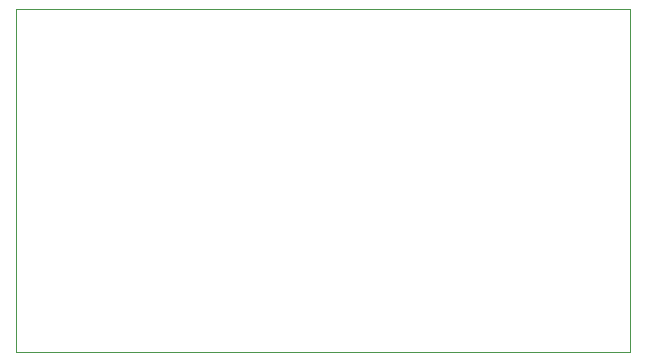
<source format=gbr>
G04 #@! TF.GenerationSoftware,KiCad,Pcbnew,6.0.10+dfsg-1~bpo11+1*
G04 #@! TF.CreationDate,2023-02-14T07:13:26+00:00*
G04 #@! TF.ProjectId,cellular-featherwing-pcb,63656c6c-756c-4617-922d-666561746865,rev?*
G04 #@! TF.SameCoordinates,Original*
G04 #@! TF.FileFunction,Profile,NP*
%FSLAX46Y46*%
G04 Gerber Fmt 4.6, Leading zero omitted, Abs format (unit mm)*
G04 Created by KiCad (PCBNEW 6.0.10+dfsg-1~bpo11+1) date 2023-02-14 07:13:26*
%MOMM*%
%LPD*%
G01*
G04 APERTURE LIST*
G04 #@! TA.AperFunction,Profile*
%ADD10C,0.100000*%
G04 #@! TD*
G04 APERTURE END LIST*
D10*
X123000000Y-109000000D02*
X175000000Y-109000000D01*
X175000000Y-109000000D02*
X175000000Y-80000000D01*
X175000000Y-80000000D02*
X123000000Y-80000000D01*
X123000000Y-80000000D02*
X123000000Y-109000000D01*
M02*

</source>
